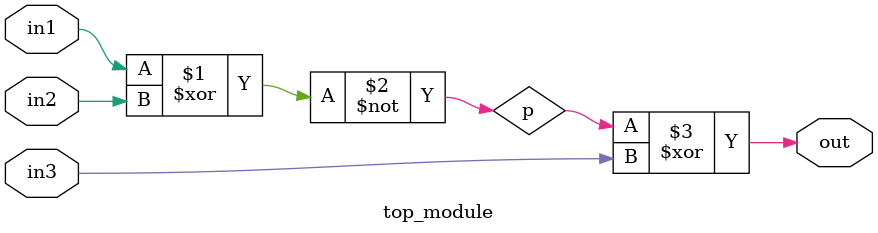
<source format=v>
module top_module (
    input in1,
    input in2,
    input in3,
    output out);
    wire p;
    assign p=~(in1 ^ in2);
    assign out=p ^ in3;

endmodule

</source>
